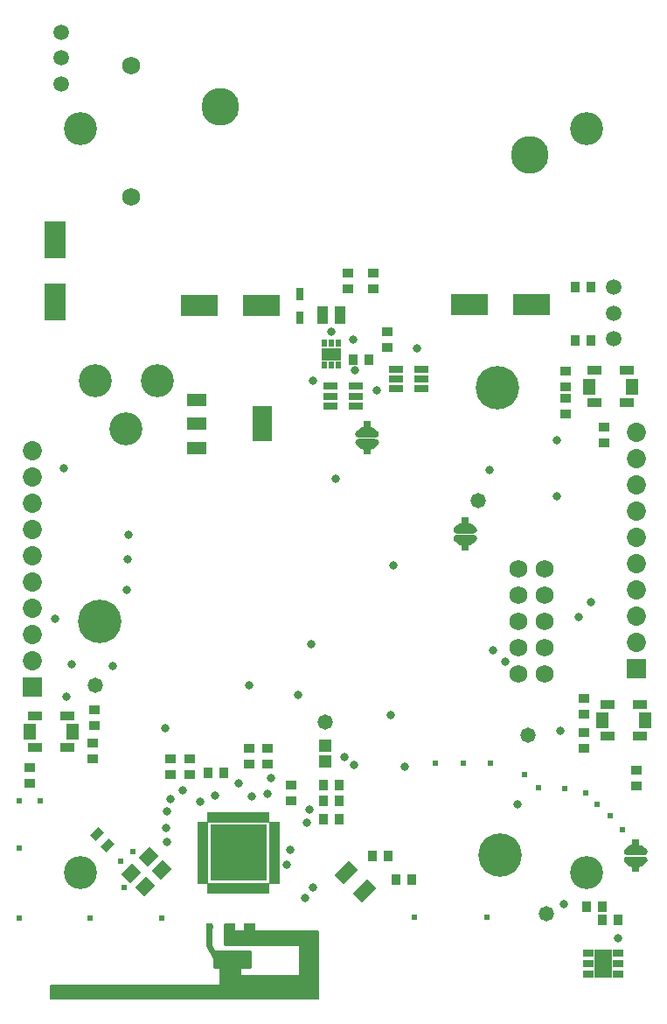
<source format=gts>
G04*
G04 #@! TF.GenerationSoftware,Altium Limited,Altium Designer,19.1.7 (138)*
G04*
G04 Layer_Color=8388736*
%FSLAX25Y25*%
%MOIN*%
G70*
G01*
G75*
%ADD42C,0.02769*%
%ADD43R,0.07887X0.14186*%
%ADD44R,0.03162X0.03162*%
%ADD45R,0.05328X0.03753*%
%ADD46R,0.04540X0.06312*%
%ADD47R,0.04400X0.03200*%
%ADD48R,0.04737X0.04737*%
%ADD49R,0.04343X0.06509*%
%ADD50R,0.03200X0.04400*%
G04:AMPARAMS|DCode=51|XSize=78.87mil|YSize=47.37mil|CornerRadius=0mil|HoleSize=0mil|Usage=FLASHONLY|Rotation=225.000|XOffset=0mil|YOffset=0mil|HoleType=Round|Shape=Rectangle|*
%AMROTATEDRECTD51*
4,1,4,0.01114,0.04463,0.04463,0.01114,-0.01114,-0.04463,-0.04463,-0.01114,0.01114,0.04463,0.0*
%
%ADD51ROTATEDRECTD51*%

%ADD52R,0.05524X0.03162*%
%ADD53R,0.02178X0.03162*%
%ADD54R,0.07493X0.05131*%
%ADD55R,0.05721X0.03162*%
%ADD56R,0.02769X0.04934*%
%ADD57R,0.01981X0.04147*%
%ADD58R,0.04147X0.01981*%
%ADD59R,0.21469X0.21469*%
%ADD60R,0.14186X0.07887*%
G04:AMPARAMS|DCode=61|XSize=59.18mil|YSize=49.34mil|CornerRadius=0mil|HoleSize=0mil|Usage=FLASHONLY|Rotation=45.000|XOffset=0mil|YOffset=0mil|HoleType=Round|Shape=Rectangle|*
%AMROTATEDRECTD61*
4,1,4,-0.00348,-0.03837,-0.03837,-0.00348,0.00348,0.03837,0.03837,0.00348,-0.00348,-0.03837,0.0*
%
%ADD61ROTATEDRECTD61*%

%ADD62R,0.07690X0.04540*%
%ADD63R,0.07690X0.13398*%
%ADD64R,0.07099X0.10642*%
%ADD65R,0.04343X0.02572*%
G04:AMPARAMS|DCode=66|XSize=26.11mil|YSize=26.11mil|CornerRadius=8.53mil|HoleSize=0mil|Usage=FLASHONLY|Rotation=180.000|XOffset=0mil|YOffset=0mil|HoleType=Round|Shape=RoundedRectangle|*
%AMROUNDEDRECTD66*
21,1,0.02611,0.00906,0,0,180.0*
21,1,0.00906,0.02611,0,0,180.0*
1,1,0.01706,-0.00453,0.00453*
1,1,0.01706,0.00453,0.00453*
1,1,0.01706,0.00453,-0.00453*
1,1,0.01706,-0.00453,-0.00453*
%
%ADD66ROUNDEDRECTD66*%
G04:AMPARAMS|DCode=67|XSize=44mil|YSize=32mil|CornerRadius=0mil|HoleSize=0mil|Usage=FLASHONLY|Rotation=225.000|XOffset=0mil|YOffset=0mil|HoleType=Round|Shape=Rectangle|*
%AMROTATEDRECTD67*
4,1,4,0.00424,0.02687,0.02687,0.00424,-0.00424,-0.02687,-0.02687,-0.00424,0.00424,0.02687,0.0*
%
%ADD67ROTATEDRECTD67*%

%ADD68C,0.06800*%
%ADD69C,0.12611*%
%ADD70C,0.06824*%
%ADD71C,0.14383*%
%ADD72C,0.05918*%
%ADD73R,0.07296X0.07296*%
%ADD74C,0.07296*%
%ADD75C,0.16548*%
%ADD76C,0.03200*%
%ADD77C,0.02434*%
%ADD78C,0.05800*%
G36*
X-30425Y-174609D02*
X-30374Y-174619D01*
X-30325Y-174636D01*
X-30279Y-174658D01*
X-30236Y-174687D01*
X-30197Y-174721D01*
X-30163Y-174760D01*
X-30135Y-174803D01*
X-30112Y-174849D01*
X-30095Y-174898D01*
X-30085Y-174949D01*
X-30082Y-175000D01*
Y-177519D01*
X-6146D01*
X-6094Y-177522D01*
X-6044Y-177532D01*
X-5995Y-177549D01*
X-5948Y-177572D01*
X-5906Y-177600D01*
X-5867Y-177634D01*
X-5833Y-177673D01*
X-5804Y-177716D01*
X-5781Y-177762D01*
X-5765Y-177811D01*
X-5754Y-177862D01*
X-5751Y-177913D01*
Y-203346D01*
X-5754Y-203398D01*
X-5765Y-203449D01*
X-5781Y-203497D01*
X-5804Y-203544D01*
X-5833Y-203587D01*
X-5867Y-203625D01*
X-5906Y-203660D01*
X-5948Y-203688D01*
X-5995Y-203711D01*
X-6044Y-203728D01*
X-6094Y-203738D01*
X-6146Y-203741D01*
X-108035D01*
X-108087Y-203738D01*
X-108138Y-203728D01*
X-108186Y-203711D01*
X-108233Y-203688D01*
X-108276Y-203660D01*
X-108314Y-203625D01*
X-108348Y-203587D01*
X-108377Y-203544D01*
X-108400Y-203497D01*
X-108416Y-203449D01*
X-108427Y-203398D01*
X-108430Y-203346D01*
Y-198583D01*
X-108427Y-198531D01*
X-108416Y-198481D01*
X-108400Y-198432D01*
X-108377Y-198385D01*
X-108348Y-198343D01*
X-108314Y-198304D01*
X-108276Y-198270D01*
X-108233Y-198241D01*
X-108186Y-198218D01*
X-108138Y-198202D01*
X-108087Y-198191D01*
X-108035Y-198188D01*
X-43863D01*
Y-191891D01*
X-45634D01*
X-45685Y-191887D01*
X-45736Y-191877D01*
X-45785Y-191861D01*
X-45831Y-191838D01*
X-45874Y-191809D01*
X-45913Y-191775D01*
X-45947Y-191736D01*
X-45976Y-191693D01*
X-45998Y-191647D01*
X-46015Y-191598D01*
X-46025Y-191548D01*
X-46028Y-191496D01*
Y-188348D01*
X-48776Y-183258D01*
X-48785Y-183240D01*
X-48794Y-183222D01*
X-48796Y-183216D01*
X-48798Y-183211D01*
X-48804Y-183192D01*
X-48810Y-183173D01*
X-48811Y-183167D01*
X-48813Y-183162D01*
X-48816Y-183142D01*
X-48820Y-183122D01*
X-48821Y-183117D01*
X-48822Y-183111D01*
X-48822Y-183091D01*
X-48824Y-183071D01*
Y-175000D01*
X-48820Y-174949D01*
X-48810Y-174898D01*
X-48794Y-174849D01*
X-48771Y-174803D01*
X-48742Y-174760D01*
X-48708Y-174721D01*
X-48669Y-174687D01*
X-48626Y-174658D01*
X-48580Y-174636D01*
X-48531Y-174619D01*
X-48481Y-174609D01*
X-48429Y-174606D01*
X-46618D01*
X-46567Y-174609D01*
X-46516Y-174619D01*
X-46467Y-174636D01*
X-46421Y-174658D01*
X-46378Y-174687D01*
X-46339Y-174721D01*
X-46305Y-174760D01*
X-46276Y-174803D01*
X-46254Y-174849D01*
X-46237Y-174898D01*
X-46227Y-174949D01*
X-46224Y-175000D01*
Y-182920D01*
X-45361Y-185196D01*
X-31854D01*
X-31803Y-185199D01*
X-31752Y-185209D01*
X-31703Y-185226D01*
X-31657Y-185249D01*
X-31614Y-185277D01*
X-31575Y-185312D01*
X-31541Y-185350D01*
X-31513Y-185393D01*
X-31490Y-185440D01*
X-31473Y-185488D01*
X-31463Y-185539D01*
X-31460Y-185591D01*
Y-191496D01*
X-31463Y-191548D01*
X-31473Y-191598D01*
X-31490Y-191647D01*
X-31513Y-191693D01*
X-31541Y-191736D01*
X-31575Y-191775D01*
X-31614Y-191809D01*
X-31657Y-191838D01*
X-31703Y-191861D01*
X-31752Y-191877D01*
X-31803Y-191887D01*
X-31854Y-191891D01*
X-35397D01*
Y-194251D01*
X-13351D01*
Y-183387D01*
X-41500D01*
X-41552Y-183383D01*
X-41602Y-183373D01*
X-41651Y-183357D01*
X-41697Y-183334D01*
X-41740Y-183305D01*
X-41779Y-183271D01*
X-41813Y-183232D01*
X-41842Y-183189D01*
X-41864Y-183143D01*
X-41881Y-183094D01*
X-41891Y-183044D01*
X-41895Y-182992D01*
Y-175000D01*
X-41891Y-174949D01*
X-41881Y-174898D01*
X-41864Y-174849D01*
X-41842Y-174803D01*
X-41813Y-174760D01*
X-41779Y-174721D01*
X-41740Y-174687D01*
X-41697Y-174658D01*
X-41651Y-174636D01*
X-41602Y-174619D01*
X-41552Y-174609D01*
X-41500Y-174606D01*
X-37957D01*
X-37905Y-174609D01*
X-37855Y-174619D01*
X-37806Y-174636D01*
X-37759Y-174658D01*
X-37716Y-174687D01*
X-37678Y-174721D01*
X-37644Y-174760D01*
X-37615Y-174803D01*
X-37592Y-174849D01*
X-37576Y-174898D01*
X-37565Y-174949D01*
X-37562Y-175000D01*
Y-177519D01*
X-34414D01*
Y-175000D01*
X-34411Y-174949D01*
X-34401Y-174898D01*
X-34384Y-174849D01*
X-34361Y-174803D01*
X-34333Y-174760D01*
X-34299Y-174721D01*
X-34260Y-174687D01*
X-34217Y-174658D01*
X-34171Y-174636D01*
X-34122Y-174619D01*
X-34071Y-174609D01*
X-34020Y-174606D01*
X-30476D01*
X-30425Y-174609D01*
D02*
G37*
G36*
X15657Y9833D02*
X15681Y9832D01*
X15683Y9831D01*
X15686Y9831D01*
X15709Y9827D01*
X15732Y9822D01*
X15735Y9821D01*
X15737Y9821D01*
X15760Y9813D01*
X15782Y9806D01*
X15785Y9805D01*
X15787Y9804D01*
X15808Y9794D01*
X15830Y9783D01*
X15832Y9782D01*
X15834Y9781D01*
X15854Y9768D01*
X15874Y9755D01*
X15876Y9753D01*
X15878Y9752D01*
X15895Y9736D01*
X15913Y9721D01*
X15915Y9719D01*
X15917Y9717D01*
X15933Y9699D01*
X15948Y9682D01*
X15950Y9680D01*
X15951Y9678D01*
X15965Y9658D01*
X15978Y9639D01*
X15979Y9636D01*
X15981Y9634D01*
X15991Y9613D01*
X16002Y9592D01*
X16003Y9589D01*
X16004Y9587D01*
X16012Y9565D01*
X16019Y9542D01*
X16020Y9540D01*
X16021Y9538D01*
X16025Y9514D01*
X16030Y9491D01*
X16030Y9489D01*
X16031Y9486D01*
X16033Y9462D01*
X16034Y9439D01*
X16034Y9436D01*
X16034Y9434D01*
X16033Y9410D01*
X16032Y9386D01*
X16031Y9384D01*
X16031Y9381D01*
X16026Y9358D01*
X16022Y9335D01*
X16021Y9332D01*
X16021Y9330D01*
X16013Y9308D01*
X16006Y9285D01*
X14941Y6623D01*
X14940Y6621D01*
X14939Y6618D01*
X14928Y6597D01*
X14918Y6575D01*
X14917Y6573D01*
X14916Y6571D01*
X14902Y6551D01*
X14890Y6532D01*
X14888Y6530D01*
X14887Y6528D01*
X14871Y6510D01*
X14855Y6492D01*
X14854Y6490D01*
X14852Y6488D01*
X14834Y6472D01*
X14817Y6457D01*
X14815Y6455D01*
X14813Y6454D01*
X14793Y6440D01*
X14773Y6427D01*
X14771Y6426D01*
X14769Y6425D01*
X14748Y6414D01*
X14727Y6403D01*
X14724Y6402D01*
X14722Y6401D01*
X14699Y6394D01*
X14677Y6386D01*
X14675Y6385D01*
X14672Y6384D01*
X14649Y6380D01*
X14626Y6375D01*
X14623Y6375D01*
X14621Y6374D01*
X14597Y6373D01*
X14573Y6371D01*
X14571Y6371D01*
X14569Y6371D01*
X10632D01*
X10629Y6371D01*
X10627Y6371D01*
X10603Y6373D01*
X10579Y6374D01*
X10577Y6375D01*
X10574Y6375D01*
X10551Y6380D01*
X10528Y6384D01*
X10526Y6385D01*
X10523Y6386D01*
X10501Y6394D01*
X10478Y6401D01*
X10476Y6402D01*
X10474Y6403D01*
X10452Y6414D01*
X10431Y6425D01*
X10429Y6426D01*
X10427Y6427D01*
X10407Y6441D01*
X10388Y6454D01*
X10386Y6455D01*
X10384Y6457D01*
X10366Y6473D01*
X10348Y6488D01*
X10347Y6490D01*
X10345Y6492D01*
X10329Y6510D01*
X10314Y6528D01*
X10312Y6530D01*
X10311Y6532D01*
X10298Y6551D01*
X10284Y6571D01*
X10283Y6573D01*
X10282Y6575D01*
X10272Y6597D01*
X10261Y6618D01*
X10260Y6621D01*
X10259Y6623D01*
X9194Y9285D01*
X9187Y9308D01*
X9179Y9330D01*
X9179Y9332D01*
X9178Y9335D01*
X9174Y9358D01*
X9169Y9381D01*
X9169Y9384D01*
X9169Y9386D01*
X9167Y9410D01*
X9166Y9434D01*
X9166Y9436D01*
X9166Y9439D01*
X9168Y9462D01*
X9169Y9486D01*
X9170Y9489D01*
X9170Y9491D01*
X9175Y9514D01*
X9179Y9538D01*
X9180Y9540D01*
X9181Y9542D01*
X9189Y9565D01*
X9196Y9587D01*
X9197Y9589D01*
X9198Y9592D01*
X9209Y9613D01*
X9219Y9634D01*
X9221Y9636D01*
X9222Y9639D01*
X9235Y9658D01*
X9249Y9678D01*
X9250Y9680D01*
X9252Y9682D01*
X9267Y9699D01*
X9283Y9717D01*
X9285Y9719D01*
X9287Y9721D01*
X9305Y9736D01*
X9323Y9752D01*
X9325Y9753D01*
X9327Y9755D01*
X9346Y9768D01*
X9366Y9781D01*
X9369Y9782D01*
X9370Y9783D01*
X9392Y9794D01*
X9413Y9804D01*
X9416Y9805D01*
X9418Y9806D01*
X9441Y9813D01*
X9463Y9821D01*
X9465Y9821D01*
X9468Y9822D01*
X9491Y9827D01*
X9514Y9831D01*
X9517Y9831D01*
X9519Y9832D01*
X9543Y9833D01*
X9567Y9835D01*
X15633D01*
X15657Y9833D01*
D02*
G37*
G36*
X14571Y13697D02*
X14573Y13697D01*
X14597Y13695D01*
X14621Y13693D01*
X14623Y13693D01*
X14626Y13693D01*
X14649Y13688D01*
X14672Y13683D01*
X14675Y13682D01*
X14677Y13682D01*
X14700Y13674D01*
X14722Y13666D01*
X14724Y13665D01*
X14727Y13665D01*
X14748Y13654D01*
X14769Y13643D01*
X14771Y13642D01*
X14773Y13641D01*
X14793Y13627D01*
X14813Y13614D01*
X14815Y13612D01*
X14817Y13611D01*
X14834Y13595D01*
X14852Y13579D01*
X14854Y13578D01*
X14855Y13576D01*
X14871Y13558D01*
X14887Y13540D01*
X14888Y13538D01*
X14890Y13536D01*
X14902Y13516D01*
X14916Y13497D01*
X14917Y13494D01*
X14918Y13492D01*
X14928Y13471D01*
X14939Y13449D01*
X14940Y13447D01*
X14941Y13445D01*
X16006Y10783D01*
X16013Y10760D01*
X16021Y10738D01*
X16021Y10735D01*
X16022Y10733D01*
X16026Y10709D01*
X16031Y10686D01*
X16031Y10684D01*
X16032Y10681D01*
X16033Y10657D01*
X16034Y10634D01*
X16034Y10631D01*
X16034Y10629D01*
X16033Y10605D01*
X16031Y10582D01*
X16030Y10579D01*
X16030Y10577D01*
X16025Y10554D01*
X16021Y10530D01*
X16020Y10528D01*
X16019Y10525D01*
X16012Y10503D01*
X16004Y10480D01*
X16003Y10478D01*
X16002Y10476D01*
X15991Y10454D01*
X15981Y10433D01*
X15979Y10431D01*
X15978Y10429D01*
X15965Y10410D01*
X15951Y10390D01*
X15950Y10388D01*
X15948Y10386D01*
X15933Y10368D01*
X15917Y10350D01*
X15915Y10349D01*
X15913Y10347D01*
X15895Y10332D01*
X15878Y10316D01*
X15876Y10314D01*
X15874Y10313D01*
X15854Y10300D01*
X15834Y10287D01*
X15832Y10286D01*
X15830Y10284D01*
X15808Y10274D01*
X15787Y10264D01*
X15785Y10263D01*
X15782Y10262D01*
X15760Y10254D01*
X15737Y10247D01*
X15735Y10246D01*
X15732Y10245D01*
X15709Y10241D01*
X15686Y10236D01*
X15683Y10236D01*
X15681Y10236D01*
X15657Y10234D01*
X15633Y10233D01*
X9567D01*
X9543Y10234D01*
X9519Y10236D01*
X9517Y10236D01*
X9514Y10236D01*
X9491Y10241D01*
X9468Y10245D01*
X9465Y10246D01*
X9463Y10247D01*
X9441Y10254D01*
X9418Y10262D01*
X9416Y10263D01*
X9413Y10264D01*
X9392Y10274D01*
X9370Y10284D01*
X9369Y10286D01*
X9366Y10287D01*
X9346Y10300D01*
X9327Y10313D01*
X9325Y10314D01*
X9323Y10316D01*
X9305Y10332D01*
X9287Y10347D01*
X9285Y10349D01*
X9283Y10350D01*
X9267Y10368D01*
X9252Y10386D01*
X9250Y10388D01*
X9249Y10390D01*
X9235Y10410D01*
X9222Y10429D01*
X9221Y10431D01*
X9219Y10433D01*
X9209Y10454D01*
X9198Y10476D01*
X9197Y10478D01*
X9196Y10480D01*
X9189Y10503D01*
X9181Y10525D01*
X9180Y10528D01*
X9179Y10530D01*
X9175Y10554D01*
X9170Y10577D01*
X9170Y10579D01*
X9169Y10582D01*
X9168Y10605D01*
X9166Y10629D01*
X9166Y10631D01*
X9166Y10634D01*
X9167Y10657D01*
X9169Y10681D01*
X9169Y10684D01*
X9169Y10686D01*
X9174Y10709D01*
X9178Y10733D01*
X9179Y10735D01*
X9179Y10738D01*
X9187Y10760D01*
X9194Y10783D01*
X10259Y13445D01*
X10261Y13447D01*
X10261Y13449D01*
X10272Y13471D01*
X10282Y13492D01*
X10283Y13494D01*
X10284Y13497D01*
X10298Y13516D01*
X10311Y13536D01*
X10312Y13538D01*
X10314Y13540D01*
X10329Y13558D01*
X10345Y13576D01*
X10346Y13578D01*
X10348Y13579D01*
X10366Y13595D01*
X10384Y13611D01*
X10386Y13612D01*
X10388Y13614D01*
X10407Y13627D01*
X10427Y13641D01*
X10429Y13642D01*
X10431Y13643D01*
X10452Y13654D01*
X10474Y13665D01*
X10476Y13665D01*
X10478Y13666D01*
X10501Y13674D01*
X10523Y13682D01*
X10526Y13682D01*
X10528Y13683D01*
X10551Y13688D01*
X10574Y13693D01*
X10577Y13693D01*
X10579Y13693D01*
X10603Y13695D01*
X10627Y13697D01*
X10629Y13697D01*
X10632Y13697D01*
X14569D01*
X14571Y13697D01*
D02*
G37*
G36*
X118057Y-149201D02*
X118081Y-149202D01*
X118083Y-149202D01*
X118086Y-149203D01*
X118109Y-149207D01*
X118132Y-149212D01*
X118135Y-149212D01*
X118137Y-149213D01*
X118159Y-149220D01*
X118182Y-149228D01*
X118184Y-149229D01*
X118187Y-149230D01*
X118208Y-149240D01*
X118230Y-149250D01*
X118232Y-149252D01*
X118234Y-149253D01*
X118254Y-149266D01*
X118273Y-149279D01*
X118275Y-149281D01*
X118277Y-149282D01*
X118295Y-149298D01*
X118313Y-149313D01*
X118315Y-149315D01*
X118317Y-149317D01*
X118333Y-149335D01*
X118348Y-149352D01*
X118350Y-149354D01*
X118351Y-149356D01*
X118365Y-149376D01*
X118378Y-149395D01*
X118379Y-149398D01*
X118380Y-149400D01*
X118391Y-149421D01*
X118402Y-149442D01*
X118403Y-149444D01*
X118404Y-149447D01*
X118411Y-149469D01*
X118419Y-149492D01*
X118420Y-149494D01*
X118421Y-149496D01*
X118425Y-149520D01*
X118430Y-149543D01*
X118430Y-149545D01*
X118431Y-149548D01*
X118432Y-149572D01*
X118434Y-149595D01*
X118434Y-149598D01*
X118434Y-149600D01*
X118433Y-149624D01*
X118431Y-149647D01*
X118431Y-149650D01*
X118431Y-149652D01*
X118426Y-149675D01*
X118422Y-149699D01*
X118421Y-149701D01*
X118421Y-149704D01*
X118413Y-149726D01*
X118406Y-149749D01*
X117341Y-152411D01*
X117340Y-152413D01*
X117339Y-152416D01*
X117328Y-152437D01*
X117318Y-152458D01*
X117317Y-152460D01*
X117316Y-152463D01*
X117302Y-152482D01*
X117289Y-152502D01*
X117288Y-152504D01*
X117287Y-152506D01*
X117271Y-152524D01*
X117255Y-152542D01*
X117254Y-152544D01*
X117252Y-152546D01*
X117234Y-152561D01*
X117216Y-152577D01*
X117214Y-152579D01*
X117212Y-152580D01*
X117193Y-152594D01*
X117173Y-152607D01*
X117171Y-152608D01*
X117169Y-152609D01*
X117148Y-152620D01*
X117126Y-152631D01*
X117124Y-152631D01*
X117122Y-152633D01*
X117099Y-152640D01*
X117077Y-152648D01*
X117075Y-152649D01*
X117072Y-152649D01*
X117049Y-152654D01*
X117026Y-152659D01*
X117023Y-152659D01*
X117021Y-152660D01*
X116997Y-152661D01*
X116973Y-152663D01*
X116971Y-152663D01*
X116969Y-152663D01*
X113031D01*
X113029Y-152663D01*
X113027Y-152663D01*
X113003Y-152661D01*
X112979Y-152660D01*
X112977Y-152659D01*
X112974Y-152659D01*
X112951Y-152654D01*
X112928Y-152649D01*
X112926Y-152649D01*
X112923Y-152648D01*
X112900Y-152640D01*
X112878Y-152633D01*
X112876Y-152631D01*
X112874Y-152631D01*
X112852Y-152620D01*
X112831Y-152609D01*
X112829Y-152608D01*
X112827Y-152607D01*
X112807Y-152593D01*
X112787Y-152580D01*
X112786Y-152579D01*
X112784Y-152577D01*
X112766Y-152561D01*
X112748Y-152546D01*
X112747Y-152544D01*
X112745Y-152542D01*
X112729Y-152524D01*
X112714Y-152506D01*
X112712Y-152504D01*
X112710Y-152502D01*
X112698Y-152482D01*
X112684Y-152463D01*
X112683Y-152460D01*
X112682Y-152458D01*
X112672Y-152437D01*
X112661Y-152416D01*
X112660Y-152413D01*
X112659Y-152411D01*
X111594Y-149749D01*
X111587Y-149726D01*
X111579Y-149704D01*
X111579Y-149701D01*
X111578Y-149699D01*
X111574Y-149675D01*
X111569Y-149652D01*
X111569Y-149650D01*
X111569Y-149647D01*
X111567Y-149624D01*
X111566Y-149600D01*
X111566Y-149598D01*
X111566Y-149595D01*
X111568Y-149572D01*
X111569Y-149548D01*
X111570Y-149545D01*
X111570Y-149543D01*
X111575Y-149520D01*
X111579Y-149496D01*
X111580Y-149494D01*
X111581Y-149492D01*
X111589Y-149469D01*
X111596Y-149447D01*
X111597Y-149444D01*
X111598Y-149442D01*
X111609Y-149421D01*
X111619Y-149400D01*
X111621Y-149398D01*
X111622Y-149395D01*
X111635Y-149376D01*
X111649Y-149356D01*
X111650Y-149354D01*
X111652Y-149352D01*
X111667Y-149335D01*
X111683Y-149317D01*
X111685Y-149315D01*
X111687Y-149313D01*
X111705Y-149298D01*
X111723Y-149282D01*
X111725Y-149281D01*
X111726Y-149279D01*
X111746Y-149266D01*
X111766Y-149253D01*
X111768Y-149252D01*
X111770Y-149250D01*
X111792Y-149240D01*
X111813Y-149230D01*
X111816Y-149229D01*
X111818Y-149228D01*
X111840Y-149220D01*
X111863Y-149213D01*
X111865Y-149212D01*
X111868Y-149212D01*
X111891Y-149207D01*
X111914Y-149203D01*
X111917Y-149202D01*
X111919Y-149202D01*
X111943Y-149201D01*
X111967Y-149199D01*
X118033D01*
X118057Y-149201D01*
D02*
G37*
G36*
X116971Y-145337D02*
X116973Y-145337D01*
X116997Y-145339D01*
X117021Y-145340D01*
X117023Y-145341D01*
X117026Y-145341D01*
X117049Y-145346D01*
X117072Y-145351D01*
X117075Y-145351D01*
X117077Y-145352D01*
X117100Y-145360D01*
X117122Y-145367D01*
X117124Y-145369D01*
X117126Y-145369D01*
X117148Y-145380D01*
X117169Y-145391D01*
X117171Y-145392D01*
X117173Y-145393D01*
X117193Y-145407D01*
X117212Y-145420D01*
X117214Y-145421D01*
X117216Y-145423D01*
X117234Y-145439D01*
X117252Y-145454D01*
X117253Y-145456D01*
X117255Y-145458D01*
X117271Y-145476D01*
X117287Y-145494D01*
X117288Y-145496D01*
X117289Y-145498D01*
X117302Y-145518D01*
X117316Y-145537D01*
X117317Y-145540D01*
X117318Y-145542D01*
X117328Y-145563D01*
X117339Y-145584D01*
X117340Y-145587D01*
X117341Y-145589D01*
X118406Y-148251D01*
X118413Y-148274D01*
X118421Y-148296D01*
X118421Y-148299D01*
X118422Y-148301D01*
X118426Y-148325D01*
X118431Y-148348D01*
X118431Y-148350D01*
X118431Y-148353D01*
X118433Y-148376D01*
X118434Y-148400D01*
X118434Y-148402D01*
X118434Y-148405D01*
X118432Y-148428D01*
X118431Y-148452D01*
X118430Y-148455D01*
X118430Y-148457D01*
X118425Y-148480D01*
X118421Y-148504D01*
X118420Y-148506D01*
X118419Y-148509D01*
X118411Y-148531D01*
X118404Y-148553D01*
X118403Y-148556D01*
X118402Y-148558D01*
X118391Y-148579D01*
X118380Y-148600D01*
X118379Y-148602D01*
X118378Y-148605D01*
X118365Y-148624D01*
X118351Y-148644D01*
X118350Y-148646D01*
X118348Y-148648D01*
X118333Y-148665D01*
X118317Y-148683D01*
X118315Y-148685D01*
X118313Y-148687D01*
X118295Y-148702D01*
X118277Y-148718D01*
X118275Y-148719D01*
X118273Y-148721D01*
X118254Y-148734D01*
X118234Y-148747D01*
X118232Y-148748D01*
X118230Y-148750D01*
X118208Y-148760D01*
X118187Y-148770D01*
X118184Y-148771D01*
X118182Y-148772D01*
X118159Y-148780D01*
X118137Y-148787D01*
X118135Y-148788D01*
X118132Y-148788D01*
X118109Y-148793D01*
X118086Y-148797D01*
X118083Y-148798D01*
X118081Y-148798D01*
X118057Y-148799D01*
X118033Y-148801D01*
X111967D01*
X111943Y-148799D01*
X111919Y-148798D01*
X111917Y-148798D01*
X111914Y-148797D01*
X111891Y-148793D01*
X111868Y-148788D01*
X111865Y-148788D01*
X111863Y-148787D01*
X111840Y-148780D01*
X111818Y-148772D01*
X111816Y-148771D01*
X111813Y-148770D01*
X111792Y-148760D01*
X111770Y-148750D01*
X111768Y-148748D01*
X111766Y-148747D01*
X111746Y-148734D01*
X111726Y-148721D01*
X111725Y-148719D01*
X111723Y-148718D01*
X111705Y-148702D01*
X111687Y-148687D01*
X111685Y-148685D01*
X111683Y-148683D01*
X111667Y-148665D01*
X111652Y-148648D01*
X111650Y-148646D01*
X111649Y-148644D01*
X111635Y-148624D01*
X111622Y-148605D01*
X111621Y-148602D01*
X111619Y-148600D01*
X111609Y-148579D01*
X111598Y-148558D01*
X111597Y-148556D01*
X111596Y-148553D01*
X111589Y-148531D01*
X111581Y-148509D01*
X111580Y-148506D01*
X111579Y-148504D01*
X111575Y-148480D01*
X111570Y-148457D01*
X111570Y-148455D01*
X111569Y-148452D01*
X111568Y-148428D01*
X111566Y-148405D01*
X111566Y-148402D01*
X111566Y-148400D01*
X111567Y-148376D01*
X111569Y-148353D01*
X111569Y-148350D01*
X111569Y-148348D01*
X111574Y-148325D01*
X111578Y-148301D01*
X111579Y-148299D01*
X111579Y-148296D01*
X111587Y-148274D01*
X111594Y-148251D01*
X112659Y-145589D01*
X112660Y-145587D01*
X112661Y-145584D01*
X112672Y-145563D01*
X112682Y-145542D01*
X112683Y-145540D01*
X112684Y-145537D01*
X112698Y-145518D01*
X112710Y-145498D01*
X112712Y-145496D01*
X112714Y-145494D01*
X112729Y-145476D01*
X112745Y-145458D01*
X112746Y-145456D01*
X112748Y-145454D01*
X112766Y-145439D01*
X112784Y-145423D01*
X112786Y-145421D01*
X112787Y-145420D01*
X112807Y-145406D01*
X112827Y-145393D01*
X112829Y-145392D01*
X112831Y-145391D01*
X112852Y-145380D01*
X112874Y-145369D01*
X112876Y-145369D01*
X112878Y-145367D01*
X112901Y-145360D01*
X112923Y-145352D01*
X112925Y-145351D01*
X112928Y-145351D01*
X112951Y-145346D01*
X112974Y-145341D01*
X112977Y-145341D01*
X112979Y-145340D01*
X113003Y-145339D01*
X113027Y-145337D01*
X113029Y-145337D01*
X113031Y-145337D01*
X116969D01*
X116971Y-145337D01*
D02*
G37*
G36*
X53057Y-26701D02*
X53081Y-26702D01*
X53083Y-26702D01*
X53086Y-26703D01*
X53109Y-26707D01*
X53132Y-26712D01*
X53135Y-26712D01*
X53137Y-26713D01*
X53159Y-26720D01*
X53182Y-26728D01*
X53184Y-26729D01*
X53187Y-26730D01*
X53208Y-26740D01*
X53230Y-26750D01*
X53232Y-26752D01*
X53234Y-26753D01*
X53254Y-26766D01*
X53273Y-26779D01*
X53275Y-26781D01*
X53277Y-26782D01*
X53295Y-26798D01*
X53313Y-26813D01*
X53315Y-26815D01*
X53317Y-26817D01*
X53333Y-26835D01*
X53348Y-26852D01*
X53350Y-26854D01*
X53351Y-26856D01*
X53365Y-26876D01*
X53378Y-26895D01*
X53379Y-26898D01*
X53381Y-26900D01*
X53391Y-26921D01*
X53402Y-26942D01*
X53403Y-26944D01*
X53404Y-26947D01*
X53411Y-26969D01*
X53419Y-26992D01*
X53420Y-26994D01*
X53421Y-26996D01*
X53425Y-27020D01*
X53430Y-27043D01*
X53430Y-27045D01*
X53431Y-27048D01*
X53432Y-27071D01*
X53434Y-27095D01*
X53434Y-27098D01*
X53434Y-27100D01*
X53433Y-27124D01*
X53431Y-27147D01*
X53431Y-27150D01*
X53431Y-27152D01*
X53426Y-27175D01*
X53422Y-27199D01*
X53421Y-27201D01*
X53421Y-27204D01*
X53413Y-27226D01*
X53406Y-27249D01*
X52341Y-29911D01*
X52340Y-29913D01*
X52339Y-29916D01*
X52328Y-29937D01*
X52318Y-29958D01*
X52317Y-29960D01*
X52316Y-29963D01*
X52302Y-29983D01*
X52289Y-30002D01*
X52288Y-30004D01*
X52286Y-30006D01*
X52271Y-30024D01*
X52255Y-30042D01*
X52254Y-30044D01*
X52252Y-30046D01*
X52234Y-30062D01*
X52216Y-30077D01*
X52214Y-30079D01*
X52213Y-30080D01*
X52193Y-30094D01*
X52173Y-30107D01*
X52171Y-30108D01*
X52169Y-30109D01*
X52148Y-30120D01*
X52126Y-30131D01*
X52124Y-30132D01*
X52122Y-30133D01*
X52099Y-30140D01*
X52077Y-30148D01*
X52075Y-30149D01*
X52072Y-30149D01*
X52049Y-30154D01*
X52026Y-30159D01*
X52023Y-30159D01*
X52021Y-30160D01*
X51997Y-30161D01*
X51973Y-30163D01*
X51971Y-30163D01*
X51968Y-30163D01*
X48031D01*
X48029Y-30163D01*
X48027Y-30163D01*
X48003Y-30161D01*
X47979Y-30160D01*
X47977Y-30159D01*
X47974Y-30159D01*
X47951Y-30154D01*
X47928Y-30149D01*
X47925Y-30149D01*
X47923Y-30148D01*
X47900Y-30140D01*
X47878Y-30133D01*
X47876Y-30132D01*
X47874Y-30131D01*
X47852Y-30120D01*
X47831Y-30109D01*
X47829Y-30108D01*
X47827Y-30107D01*
X47807Y-30093D01*
X47787Y-30080D01*
X47786Y-30079D01*
X47784Y-30077D01*
X47766Y-30061D01*
X47748Y-30046D01*
X47747Y-30044D01*
X47745Y-30042D01*
X47729Y-30024D01*
X47714Y-30006D01*
X47712Y-30004D01*
X47710Y-30002D01*
X47698Y-29983D01*
X47684Y-29963D01*
X47683Y-29960D01*
X47682Y-29958D01*
X47672Y-29937D01*
X47661Y-29916D01*
X47660Y-29913D01*
X47659Y-29911D01*
X46594Y-27249D01*
X46587Y-27226D01*
X46579Y-27204D01*
X46579Y-27201D01*
X46578Y-27199D01*
X46574Y-27175D01*
X46569Y-27152D01*
X46569Y-27150D01*
X46569Y-27147D01*
X46567Y-27124D01*
X46566Y-27100D01*
X46566Y-27098D01*
X46566Y-27095D01*
X46568Y-27071D01*
X46569Y-27048D01*
X46570Y-27045D01*
X46570Y-27043D01*
X46575Y-27020D01*
X46579Y-26996D01*
X46580Y-26994D01*
X46581Y-26992D01*
X46589Y-26969D01*
X46596Y-26947D01*
X46597Y-26944D01*
X46598Y-26942D01*
X46609Y-26921D01*
X46619Y-26900D01*
X46621Y-26898D01*
X46622Y-26895D01*
X46635Y-26876D01*
X46649Y-26856D01*
X46650Y-26854D01*
X46652Y-26852D01*
X46667Y-26835D01*
X46683Y-26817D01*
X46685Y-26815D01*
X46687Y-26813D01*
X46705Y-26798D01*
X46723Y-26782D01*
X46725Y-26781D01*
X46727Y-26779D01*
X46746Y-26766D01*
X46766Y-26753D01*
X46768Y-26752D01*
X46770Y-26750D01*
X46792Y-26740D01*
X46813Y-26730D01*
X46815Y-26729D01*
X46818Y-26728D01*
X46841Y-26720D01*
X46863Y-26713D01*
X46865Y-26712D01*
X46868Y-26712D01*
X46891Y-26707D01*
X46914Y-26703D01*
X46917Y-26702D01*
X46919Y-26702D01*
X46943Y-26701D01*
X46967Y-26699D01*
X53033D01*
X53057Y-26701D01*
D02*
G37*
G36*
X51971Y-22837D02*
X51973Y-22837D01*
X51997Y-22839D01*
X52021Y-22840D01*
X52023Y-22841D01*
X52026Y-22841D01*
X52049Y-22846D01*
X52072Y-22851D01*
X52074Y-22851D01*
X52077Y-22852D01*
X52100Y-22860D01*
X52122Y-22867D01*
X52124Y-22869D01*
X52126Y-22869D01*
X52148Y-22880D01*
X52169Y-22891D01*
X52171Y-22892D01*
X52173Y-22893D01*
X52193Y-22907D01*
X52213Y-22920D01*
X52214Y-22921D01*
X52216Y-22923D01*
X52234Y-22939D01*
X52252Y-22954D01*
X52254Y-22956D01*
X52255Y-22958D01*
X52271Y-22976D01*
X52286Y-22994D01*
X52288Y-22996D01*
X52289Y-22998D01*
X52302Y-23018D01*
X52316Y-23037D01*
X52317Y-23040D01*
X52318Y-23042D01*
X52328Y-23063D01*
X52339Y-23084D01*
X52340Y-23087D01*
X52341Y-23089D01*
X53406Y-25751D01*
X53413Y-25774D01*
X53421Y-25796D01*
X53421Y-25799D01*
X53422Y-25801D01*
X53426Y-25825D01*
X53431Y-25848D01*
X53431Y-25850D01*
X53431Y-25853D01*
X53433Y-25876D01*
X53434Y-25900D01*
X53434Y-25902D01*
X53434Y-25905D01*
X53432Y-25929D01*
X53431Y-25952D01*
X53430Y-25955D01*
X53430Y-25957D01*
X53425Y-25980D01*
X53421Y-26004D01*
X53420Y-26006D01*
X53419Y-26008D01*
X53411Y-26031D01*
X53404Y-26053D01*
X53403Y-26056D01*
X53402Y-26058D01*
X53391Y-26079D01*
X53381Y-26100D01*
X53379Y-26102D01*
X53378Y-26105D01*
X53365Y-26124D01*
X53351Y-26144D01*
X53350Y-26146D01*
X53348Y-26148D01*
X53333Y-26165D01*
X53317Y-26183D01*
X53315Y-26185D01*
X53313Y-26187D01*
X53295Y-26202D01*
X53277Y-26218D01*
X53275Y-26219D01*
X53273Y-26221D01*
X53254Y-26234D01*
X53234Y-26247D01*
X53232Y-26248D01*
X53230Y-26250D01*
X53208Y-26260D01*
X53187Y-26270D01*
X53184Y-26271D01*
X53182Y-26272D01*
X53159Y-26280D01*
X53137Y-26287D01*
X53135Y-26288D01*
X53132Y-26288D01*
X53109Y-26293D01*
X53086Y-26297D01*
X53083Y-26298D01*
X53081Y-26298D01*
X53057Y-26299D01*
X53033Y-26301D01*
X46967D01*
X46943Y-26299D01*
X46919Y-26298D01*
X46917Y-26298D01*
X46914Y-26297D01*
X46891Y-26293D01*
X46868Y-26288D01*
X46865Y-26288D01*
X46863Y-26287D01*
X46841Y-26280D01*
X46818Y-26272D01*
X46815Y-26271D01*
X46813Y-26270D01*
X46792Y-26260D01*
X46770Y-26250D01*
X46768Y-26248D01*
X46766Y-26247D01*
X46746Y-26234D01*
X46727Y-26221D01*
X46725Y-26219D01*
X46723Y-26218D01*
X46705Y-26202D01*
X46687Y-26187D01*
X46685Y-26185D01*
X46683Y-26183D01*
X46667Y-26165D01*
X46652Y-26148D01*
X46650Y-26146D01*
X46649Y-26144D01*
X46635Y-26124D01*
X46622Y-26105D01*
X46621Y-26102D01*
X46619Y-26100D01*
X46609Y-26079D01*
X46598Y-26058D01*
X46597Y-26056D01*
X46596Y-26053D01*
X46589Y-26031D01*
X46581Y-26008D01*
X46580Y-26006D01*
X46579Y-26004D01*
X46575Y-25980D01*
X46570Y-25957D01*
X46570Y-25955D01*
X46569Y-25952D01*
X46568Y-25929D01*
X46566Y-25905D01*
X46566Y-25902D01*
X46566Y-25900D01*
X46567Y-25876D01*
X46569Y-25853D01*
X46569Y-25850D01*
X46569Y-25848D01*
X46574Y-25825D01*
X46578Y-25801D01*
X46579Y-25799D01*
X46579Y-25796D01*
X46587Y-25774D01*
X46594Y-25751D01*
X47659Y-23089D01*
X47660Y-23087D01*
X47661Y-23084D01*
X47672Y-23063D01*
X47682Y-23042D01*
X47683Y-23040D01*
X47684Y-23037D01*
X47698Y-23018D01*
X47710Y-22998D01*
X47712Y-22996D01*
X47714Y-22994D01*
X47729Y-22976D01*
X47745Y-22958D01*
X47746Y-22956D01*
X47748Y-22954D01*
X47766Y-22939D01*
X47784Y-22923D01*
X47786Y-22921D01*
X47787Y-22920D01*
X47807Y-22907D01*
X47827Y-22893D01*
X47829Y-22892D01*
X47831Y-22891D01*
X47852Y-22880D01*
X47874Y-22869D01*
X47876Y-22869D01*
X47878Y-22867D01*
X47901Y-22860D01*
X47923Y-22852D01*
X47925Y-22851D01*
X47928Y-22851D01*
X47951Y-22846D01*
X47974Y-22841D01*
X47977Y-22841D01*
X47979Y-22840D01*
X48003Y-22839D01*
X48027Y-22837D01*
X48029Y-22837D01*
X48031Y-22837D01*
X51968D01*
X51971Y-22837D01*
D02*
G37*
D42*
X118225Y-147417D02*
G03*
X111775Y-147417I-3225J-2258D01*
G01*
Y-150583D02*
G03*
X118225Y-150583I3225J2258D01*
G01*
X12600Y6772D02*
G03*
X15825Y8450I0J3937D01*
G01*
X9375D02*
G03*
X12600Y6772I3225J2258D01*
G01*
X46775Y-28083D02*
G03*
X53225Y-28083I3225J2258D01*
G01*
X53225Y-24917D02*
G03*
X46775Y-24917I-3225J-2258D01*
G01*
X15825Y11617D02*
G03*
X9375Y11617I-3225J-2258D01*
G01*
D43*
X-106500Y85611D02*
D03*
Y61989D02*
D03*
D44*
X115000Y-143882D02*
D03*
Y-153734D02*
D03*
X50000Y-31234D02*
D03*
Y-21382D02*
D03*
X12600Y5300D02*
D03*
Y15152D02*
D03*
D45*
X-101799Y-95796D02*
D03*
X-114201D02*
D03*
Y-107804D02*
D03*
X-101799D02*
D03*
X99199Y23796D02*
D03*
X111601D02*
D03*
Y35804D02*
D03*
X99199D02*
D03*
X104299Y-91396D02*
D03*
X116701D02*
D03*
Y-103404D02*
D03*
X104299D02*
D03*
D46*
X-99831Y-101800D02*
D03*
X-116169D02*
D03*
X97231Y29800D02*
D03*
X113569D02*
D03*
X118669Y-97400D02*
D03*
X102331D02*
D03*
D47*
X-116000Y-115200D02*
D03*
Y-121200D02*
D03*
X-91500Y-93500D02*
D03*
Y-99500D02*
D03*
X-91900Y-105900D02*
D03*
Y-111900D02*
D03*
X95400Y-94900D02*
D03*
Y-88900D02*
D03*
X14900Y73100D02*
D03*
Y67100D02*
D03*
X5400Y73100D02*
D03*
Y67100D02*
D03*
X88200Y29800D02*
D03*
Y35800D02*
D03*
X102900Y14300D02*
D03*
Y8300D02*
D03*
X88400Y19300D02*
D03*
Y25300D02*
D03*
X115400Y-116400D02*
D03*
Y-122400D02*
D03*
X95300Y-108100D02*
D03*
Y-102100D02*
D03*
X-25500Y-108000D02*
D03*
Y-114000D02*
D03*
X-62500Y-118000D02*
D03*
Y-112000D02*
D03*
X-16500Y-128000D02*
D03*
Y-122000D02*
D03*
X20400Y50600D02*
D03*
Y44600D02*
D03*
X-32500Y-114000D02*
D03*
Y-108000D02*
D03*
X-55000Y-118000D02*
D03*
Y-112000D02*
D03*
D48*
X-3500Y-112953D02*
D03*
Y-107047D02*
D03*
D49*
X-4446Y57100D02*
D03*
X2246D02*
D03*
D50*
X91900Y47300D02*
D03*
X97900D02*
D03*
X102400Y-173400D02*
D03*
X108400D02*
D03*
X102400Y-168400D02*
D03*
X96400D02*
D03*
X-4000Y-122000D02*
D03*
X2000D02*
D03*
Y-128000D02*
D03*
X-4000D02*
D03*
X2000Y-135000D02*
D03*
X-4000D02*
D03*
X7400Y40100D02*
D03*
X13400D02*
D03*
X23500Y-158000D02*
D03*
X29500D02*
D03*
X14500Y-149000D02*
D03*
X20500D02*
D03*
X91900Y67800D02*
D03*
X97900D02*
D03*
X-48000Y-117500D02*
D03*
X-42000D02*
D03*
D51*
X11480Y-162480D02*
D03*
X4520Y-155520D02*
D03*
D52*
X8321Y29840D02*
D03*
Y26100D02*
D03*
Y22360D02*
D03*
X-1521D02*
D03*
Y26100D02*
D03*
Y29840D02*
D03*
D53*
X1459Y46234D02*
D03*
X-1100D02*
D03*
X-3659D02*
D03*
Y37966D02*
D03*
X-1100D02*
D03*
X1459D02*
D03*
D54*
X-1100Y42100D02*
D03*
D55*
X23479Y28860D02*
D03*
Y32600D02*
D03*
Y36340D02*
D03*
X33321D02*
D03*
Y32600D02*
D03*
Y28860D02*
D03*
D56*
X-13200Y64880D02*
D03*
Y55920D02*
D03*
D57*
X-47244Y-161417D02*
D03*
X-45276D02*
D03*
X-43307D02*
D03*
X-41339D02*
D03*
X-39370D02*
D03*
X-37402D02*
D03*
X-35433D02*
D03*
X-33465D02*
D03*
X-31496D02*
D03*
X-29528D02*
D03*
X-27559D02*
D03*
X-25591D02*
D03*
Y-134252D02*
D03*
X-27559D02*
D03*
X-29528D02*
D03*
X-31496D02*
D03*
X-33465D02*
D03*
X-35433D02*
D03*
X-37402D02*
D03*
X-39370D02*
D03*
X-41339D02*
D03*
X-43307D02*
D03*
X-45276D02*
D03*
X-47244D02*
D03*
D58*
X-22835Y-158661D02*
D03*
Y-156693D02*
D03*
Y-154724D02*
D03*
Y-152756D02*
D03*
Y-150787D02*
D03*
Y-148819D02*
D03*
Y-146850D02*
D03*
Y-144882D02*
D03*
Y-142913D02*
D03*
Y-140945D02*
D03*
Y-138976D02*
D03*
Y-137008D02*
D03*
X-50000D02*
D03*
Y-138976D02*
D03*
Y-140945D02*
D03*
Y-142913D02*
D03*
Y-144882D02*
D03*
Y-146850D02*
D03*
Y-148819D02*
D03*
Y-150787D02*
D03*
Y-152756D02*
D03*
Y-154724D02*
D03*
Y-156693D02*
D03*
Y-158661D02*
D03*
D59*
X-36417Y-147835D02*
D03*
D60*
X51589Y60900D02*
D03*
X75211D02*
D03*
X-51411Y60700D02*
D03*
X-27789D02*
D03*
D61*
X-77277Y-155626D02*
D03*
X-70874Y-149223D02*
D03*
X-65724Y-154374D02*
D03*
X-72126Y-160777D02*
D03*
D62*
X-52302Y24555D02*
D03*
Y15500D02*
D03*
Y6445D02*
D03*
D63*
X-27498Y15500D02*
D03*
D64*
X102500Y-190000D02*
D03*
D65*
X108209Y-186063D02*
D03*
Y-190000D02*
D03*
Y-193937D02*
D03*
X96791D02*
D03*
Y-190000D02*
D03*
Y-186063D02*
D03*
D66*
X-47504Y-176083D02*
D03*
D67*
X-90521Y-140679D02*
D03*
X-86279Y-144921D02*
D03*
D68*
X70200Y-39800D02*
D03*
Y-49800D02*
D03*
X80200Y-39800D02*
D03*
Y-49800D02*
D03*
Y-59800D02*
D03*
X70200D02*
D03*
X80200Y-69800D02*
D03*
X70200D02*
D03*
X80200Y-79800D02*
D03*
X70200D02*
D03*
D69*
X-67478Y32100D02*
D03*
X-91100D02*
D03*
X-79289Y13596D02*
D03*
X-96606Y-155450D02*
D03*
X96268D02*
D03*
Y128050D02*
D03*
X-96606D02*
D03*
D70*
X-77512Y102100D02*
D03*
Y152100D02*
D03*
D71*
X74496Y117848D02*
D03*
X-43496Y136352D02*
D03*
D72*
X-104179Y145057D02*
D03*
Y154900D02*
D03*
Y164743D02*
D03*
X106699Y47824D02*
D03*
Y57666D02*
D03*
Y67509D02*
D03*
D73*
X-115200Y-84700D02*
D03*
X115200Y-77700D02*
D03*
D74*
X-115200Y-74700D02*
D03*
Y-64700D02*
D03*
Y-54700D02*
D03*
Y-44700D02*
D03*
Y-34700D02*
D03*
Y-24700D02*
D03*
Y-14700D02*
D03*
Y-4700D02*
D03*
Y5300D02*
D03*
X115200Y-67700D02*
D03*
Y-57700D02*
D03*
Y-47700D02*
D03*
Y-37700D02*
D03*
Y-27700D02*
D03*
Y-17700D02*
D03*
Y-7700D02*
D03*
Y2300D02*
D03*
Y12300D02*
D03*
D75*
X63200Y-148800D02*
D03*
X-89300Y-59800D02*
D03*
X62200Y29200D02*
D03*
D76*
X87500Y-167500D02*
D03*
X108300Y-180400D02*
D03*
X-106300Y-58800D02*
D03*
X97800Y-52300D02*
D03*
X65300Y-75100D02*
D03*
X-78300Y-26800D02*
D03*
X-78700Y-36100D02*
D03*
X-99900Y-76000D02*
D03*
X-102200Y-88300D02*
D03*
X-84500Y-76700D02*
D03*
X93300Y-58100D02*
D03*
X60700Y-70600D02*
D03*
X86200Y-101500D02*
D03*
X31500Y44300D02*
D03*
X59400Y-2000D02*
D03*
X84800Y9200D02*
D03*
X84900Y-12000D02*
D03*
X16400Y28330D02*
D03*
X600Y-5300D02*
D03*
X69800Y-129300D02*
D03*
X-78900Y-47800D02*
D03*
X-45300Y-126000D02*
D03*
X-64202Y-138396D02*
D03*
X-63600Y-143700D02*
D03*
X-57700Y-124100D02*
D03*
X-62500Y-127200D02*
D03*
X-63700Y-132100D02*
D03*
X-8600Y-68500D02*
D03*
X-13700Y-87600D02*
D03*
X-9500Y-131300D02*
D03*
X-10300Y-136300D02*
D03*
X3900Y-111200D02*
D03*
X-16632Y-146831D02*
D03*
X-17900Y-152500D02*
D03*
X7500Y-114300D02*
D03*
X27000Y-115000D02*
D03*
X22500Y-38500D02*
D03*
X21500Y-95500D02*
D03*
X-51000Y-128500D02*
D03*
X-64500Y-100500D02*
D03*
X-32500Y-84000D02*
D03*
X-11000Y-165000D02*
D03*
X-8000Y-161000D02*
D03*
X-24000Y-119500D02*
D03*
X-25500Y-125500D02*
D03*
X-103000Y-1500D02*
D03*
X-31500Y-126500D02*
D03*
X-36500Y-121500D02*
D03*
X7900Y36100D02*
D03*
X-1100Y50748D02*
D03*
X-8100Y32100D02*
D03*
X7400Y47600D02*
D03*
D77*
X-80200Y-161000D02*
D03*
X-81300Y-151100D02*
D03*
X-76800Y-147400D02*
D03*
X-120100Y-127900D02*
D03*
X-111900D02*
D03*
X-120100Y-145900D02*
D03*
Y-172800D02*
D03*
X-93100D02*
D03*
X-65600D02*
D03*
X30700Y-172300D02*
D03*
X58200D02*
D03*
X110100Y-139000D02*
D03*
X105200Y-133800D02*
D03*
X100400Y-129300D02*
D03*
X96000Y-124900D02*
D03*
X88000Y-123500D02*
D03*
X78100Y-122900D02*
D03*
X72700Y-118100D02*
D03*
X59700Y-113600D02*
D03*
X38700Y-113800D02*
D03*
X49400D02*
D03*
D78*
X74000Y-103000D02*
D03*
X-91000Y-84000D02*
D03*
X55100Y-13800D02*
D03*
X81000Y-171000D02*
D03*
X-3500Y-98000D02*
D03*
M02*

</source>
